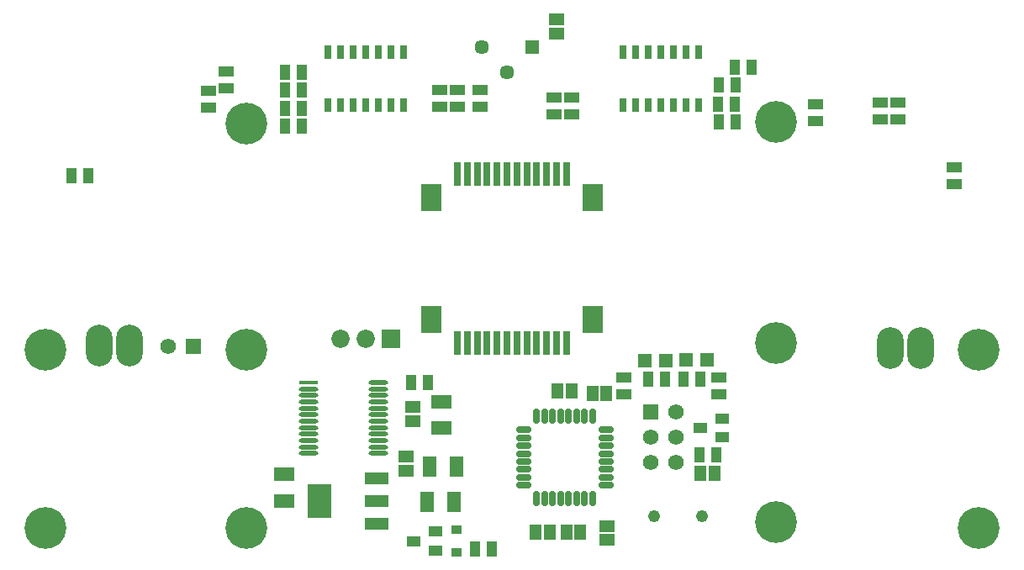
<source format=gts>
G04*
G04 #@! TF.GenerationSoftware,Altium Limited,Altium Designer,23.10.1 (27)*
G04*
G04 Layer_Color=8388736*
%FSLAX44Y44*%
%MOMM*%
G71*
G04*
G04 #@! TF.SameCoordinates,E985FA8A-299A-4084-AA3F-4317102C53E2*
G04*
G04*
G04 #@! TF.FilePolarity,Negative*
G04*
G01*
G75*
%ADD25R,1.9536X0.4321*%
G04:AMPARAMS|DCode=26|XSize=1.9536mm|YSize=0.4321mm|CornerRadius=0.2161mm|HoleSize=0mm|Usage=FLASHONLY|Rotation=0.000|XOffset=0mm|YOffset=0mm|HoleType=Round|Shape=RoundedRectangle|*
%AMROUNDEDRECTD26*
21,1,1.9536,0.0000,0,0,0.0*
21,1,1.5215,0.4321,0,0,0.0*
1,1,0.4321,0.7607,0.0000*
1,1,0.4321,-0.7607,0.0000*
1,1,0.4321,-0.7607,0.0000*
1,1,0.4321,0.7607,0.0000*
%
%ADD26ROUNDEDRECTD26*%
%ADD27R,2.1300X1.4200*%
%ADD28R,1.4200X2.1300*%
%ADD29R,1.4000X1.0000*%
%ADD35R,2.3532X1.1532*%
%ADD36R,2.3532X3.4532*%
%ADD37R,1.5532X1.3032*%
%ADD38R,1.0532X1.5032*%
%ADD39R,0.7832X1.3832*%
%ADD40R,1.5032X1.0532*%
%ADD41R,0.8032X2.4032*%
%ADD42R,2.0032X2.8032*%
%ADD43R,1.0332X0.8332*%
%ADD44R,1.4032X1.4032*%
%ADD45R,1.3032X1.5532*%
%ADD46O,1.5532X0.7532*%
%ADD47O,0.7532X1.5532*%
%ADD48C,1.5700*%
%ADD49R,1.5700X1.5700*%
%ADD50C,1.8382*%
%ADD51R,1.8382X1.8382*%
%ADD52C,4.2032*%
%ADD53O,2.7032X4.2032*%
%ADD54R,1.4532X1.4532*%
%ADD55C,1.4532*%
%ADD56C,1.5732*%
%ADD57R,1.5732X1.5732*%
%ADD58C,1.2102*%
D25*
X629747Y581750D02*
D03*
D26*
Y575250D02*
D03*
Y568750D02*
D03*
Y562250D02*
D03*
Y555750D02*
D03*
Y549250D02*
D03*
Y542750D02*
D03*
Y536250D02*
D03*
Y529750D02*
D03*
Y523250D02*
D03*
Y516750D02*
D03*
Y510250D02*
D03*
X700253D02*
D03*
Y516750D02*
D03*
Y523250D02*
D03*
Y529750D02*
D03*
Y536250D02*
D03*
Y542750D02*
D03*
Y549250D02*
D03*
Y555750D02*
D03*
Y562250D02*
D03*
Y568750D02*
D03*
Y575250D02*
D03*
Y581750D02*
D03*
D27*
X606000Y489000D02*
D03*
Y462000D02*
D03*
X764000Y535500D02*
D03*
Y562500D02*
D03*
D28*
X776500Y461000D02*
D03*
X749500D02*
D03*
X779250Y497000D02*
D03*
X752250D02*
D03*
D29*
X758000Y412500D02*
D03*
Y431500D02*
D03*
X736000Y422000D02*
D03*
X1025000Y536000D02*
D03*
X1047000Y545500D02*
D03*
Y526500D02*
D03*
D35*
X699000Y439000D02*
D03*
Y462000D02*
D03*
Y485000D02*
D03*
D36*
X641000Y462000D02*
D03*
D37*
X728000Y493000D02*
D03*
Y507000D02*
D03*
X880000Y947000D02*
D03*
Y933000D02*
D03*
X735000Y543000D02*
D03*
Y557000D02*
D03*
X931000Y437000D02*
D03*
Y423000D02*
D03*
D38*
X623500Y894000D02*
D03*
X606500D02*
D03*
X623500Y876000D02*
D03*
X606500D02*
D03*
X623500Y840000D02*
D03*
X606500D02*
D03*
X408500Y790000D02*
D03*
X391500D02*
D03*
X623500Y858000D02*
D03*
X606500D02*
D03*
X1043000Y844000D02*
D03*
X1060000D02*
D03*
X1043000Y881000D02*
D03*
X1060000D02*
D03*
X1042500Y862000D02*
D03*
X1059500D02*
D03*
X1076500Y899000D02*
D03*
X1059500D02*
D03*
X797500Y414000D02*
D03*
X814500D02*
D03*
X733500Y582000D02*
D03*
X750500D02*
D03*
X1025000Y585000D02*
D03*
X1008000D02*
D03*
X1023500Y509000D02*
D03*
X1040500D02*
D03*
X989000Y585000D02*
D03*
X972000D02*
D03*
D39*
X649400Y914100D02*
D03*
X662100D02*
D03*
X674800D02*
D03*
X687500D02*
D03*
X700200D02*
D03*
X712900D02*
D03*
X725600D02*
D03*
Y860900D02*
D03*
X712900D02*
D03*
X700200D02*
D03*
X687500D02*
D03*
X674800D02*
D03*
X662100D02*
D03*
X649400D02*
D03*
X1023100D02*
D03*
X1010400D02*
D03*
X997700D02*
D03*
X985000D02*
D03*
X972300D02*
D03*
X959600D02*
D03*
X946900D02*
D03*
Y914100D02*
D03*
X959600D02*
D03*
X972300D02*
D03*
X985000D02*
D03*
X997700D02*
D03*
X1010400D02*
D03*
X1023100D02*
D03*
D40*
X762000Y859500D02*
D03*
Y876500D02*
D03*
X780000Y859500D02*
D03*
Y876500D02*
D03*
X529000Y858500D02*
D03*
Y875500D02*
D03*
X547000Y878000D02*
D03*
Y895000D02*
D03*
X877000Y868500D02*
D03*
Y851500D02*
D03*
X803000Y876000D02*
D03*
Y859000D02*
D03*
X895000Y868500D02*
D03*
Y851500D02*
D03*
X1141000Y862000D02*
D03*
Y845000D02*
D03*
X1280000Y781500D02*
D03*
Y798500D02*
D03*
X1206000Y846500D02*
D03*
Y863500D02*
D03*
X1224000Y846500D02*
D03*
Y863500D02*
D03*
X1043000Y586500D02*
D03*
Y569500D02*
D03*
X948000Y586500D02*
D03*
Y569500D02*
D03*
D41*
X890000Y791500D02*
D03*
X880000D02*
D03*
X870000D02*
D03*
X860000D02*
D03*
X850000D02*
D03*
X840000D02*
D03*
X780000D02*
D03*
X790000D02*
D03*
X800000D02*
D03*
X830000D02*
D03*
X810000D02*
D03*
X820000D02*
D03*
X850000Y621000D02*
D03*
X860000D02*
D03*
X840000D02*
D03*
X870000D02*
D03*
X880000D02*
D03*
X890000D02*
D03*
X830000D02*
D03*
X820000D02*
D03*
X810000D02*
D03*
X800000D02*
D03*
X790000D02*
D03*
X780000D02*
D03*
D42*
X754000Y767500D02*
D03*
X916000D02*
D03*
X754000Y645000D02*
D03*
X916000D02*
D03*
D43*
X779000Y433150D02*
D03*
Y410850D02*
D03*
D44*
X1031500Y604250D02*
D03*
X1010500D02*
D03*
X989750Y604000D02*
D03*
X968750D02*
D03*
D45*
X1025000Y490000D02*
D03*
X1039000D02*
D03*
X930000Y571000D02*
D03*
X916000D02*
D03*
X881000Y573000D02*
D03*
X895000D02*
D03*
X859000Y431000D02*
D03*
X873000D02*
D03*
X890000D02*
D03*
X904000D02*
D03*
D46*
X846500Y478000D02*
D03*
Y486000D02*
D03*
Y494000D02*
D03*
Y502000D02*
D03*
Y510000D02*
D03*
Y518000D02*
D03*
Y526000D02*
D03*
Y534000D02*
D03*
X929500D02*
D03*
Y526000D02*
D03*
Y518000D02*
D03*
Y510000D02*
D03*
Y502000D02*
D03*
Y494000D02*
D03*
Y486000D02*
D03*
Y478000D02*
D03*
D47*
X860000Y547500D02*
D03*
X868000D02*
D03*
X876000D02*
D03*
X884000D02*
D03*
X892000D02*
D03*
X900000D02*
D03*
X908000D02*
D03*
X916000D02*
D03*
Y464500D02*
D03*
X908000D02*
D03*
X900000D02*
D03*
X892000D02*
D03*
X884000D02*
D03*
X876000D02*
D03*
X868000D02*
D03*
X860000D02*
D03*
D48*
X489000Y618000D02*
D03*
D49*
X514400D02*
D03*
D50*
X688000Y626000D02*
D03*
X662600D02*
D03*
D51*
X713400D02*
D03*
D52*
X567500Y615000D02*
D03*
Y842500D02*
D03*
X1101000Y844000D02*
D03*
X1101000Y621000D02*
D03*
Y441000D02*
D03*
X1305000Y615000D02*
D03*
Y435000D02*
D03*
X567500Y435000D02*
D03*
X365000Y435000D02*
D03*
Y615000D02*
D03*
D53*
X450000Y619000D02*
D03*
X419520D02*
D03*
X1246480Y616000D02*
D03*
X1216000D02*
D03*
D54*
X855400Y919650D02*
D03*
D55*
X830000Y894250D02*
D03*
X804600Y919650D02*
D03*
D56*
X1000000Y501200D02*
D03*
X974600D02*
D03*
X1000000Y526600D02*
D03*
X974600D02*
D03*
X1000000Y552000D02*
D03*
D57*
X974600D02*
D03*
D58*
X1026800Y447000D02*
D03*
X978000D02*
D03*
M02*

</source>
